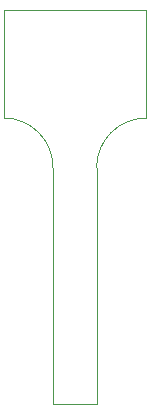
<source format=gm1>
%TF.GenerationSoftware,KiCad,Pcbnew,5.1.8*%
%TF.CreationDate,2020-11-30T15:55:38+01:00*%
%TF.ProjectId,canon-service-cable,63616e6f-6e2d-4736-9572-766963652d63,rev?*%
%TF.SameCoordinates,Original*%
%TF.FileFunction,Profile,NP*%
%FSLAX46Y46*%
G04 Gerber Fmt 4.6, Leading zero omitted, Abs format (unit mm)*
G04 Created by KiCad (PCBNEW 5.1.8) date 2020-11-30 15:55:38*
%MOMM*%
%LPD*%
G01*
G04 APERTURE LIST*
%TA.AperFunction,Profile*%
%ADD10C,0.050000*%
%TD*%
G04 APERTURE END LIST*
D10*
X48150000Y-76200000D02*
X51850000Y-76200000D01*
X51849702Y-56200000D02*
G75*
G02*
X56000000Y-52000000I4200298J0D01*
G01*
X48150000Y-76200000D02*
X48150000Y-56200000D01*
X44000000Y-51999699D02*
G75*
G02*
X48150000Y-56200000I0J-4150301D01*
G01*
X51850000Y-56200000D02*
X51850000Y-76200000D01*
X56000000Y-42850000D02*
X56000000Y-52000000D01*
X44000000Y-42850000D02*
X56000000Y-42850000D01*
X44000000Y-52000000D02*
X44000000Y-42850000D01*
M02*

</source>
